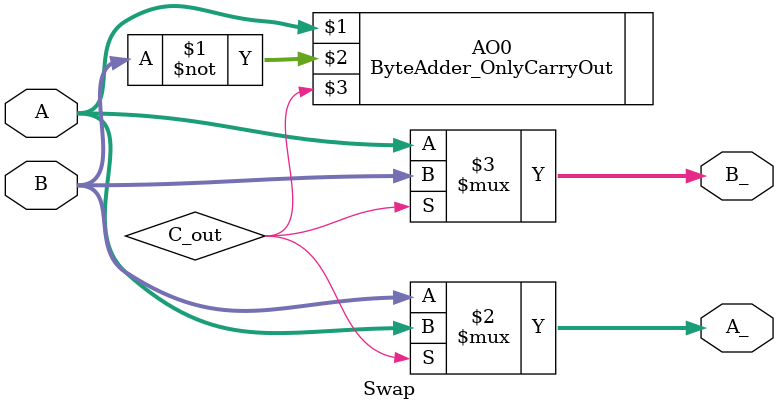
<source format=v>

`include "ByteAdder_OnlyCarryOut.v"

module Swap(A,B,A_,B_);
	input [7:0] A,B;
	output [7:0] A_,B_;
	
	wire C_out;
	
	ByteAdder_OnlyCarryOut AO0(A,~B,C_out);
	assign A_ = (C_out) ? A : B ;
	assign B_ = (C_out) ? B : A ;
endmodule
</source>
